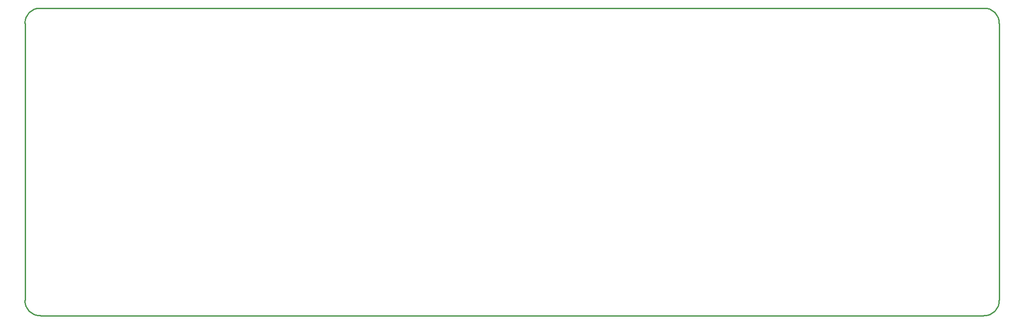
<source format=gko>
G04 ---------------------------- Layer name :KeepOutLayer *
G04 easyEDA 0.1*
G04 Scale: 100 percent, Rotated: No, Reflected: No *
G04 Dimensions in inches *
G04 leading zeros omitted , absolute positions ,2 integer and 4 * 
%FSLAX24Y24*%
%MOIN*%
G90*
G70D02*

%ADD10C,0.010000*%
G54D10*
G75*
G01X19Y46001D02*
G02X1200Y47182I1114J66D01*
G01*
G75*
G01X1198Y23561D02*
G02X17Y24742I-66J1114D01*
G01*
G75*
G01X73639Y23559D02*
G03X74821Y24740I67J1115D01*
G01*
G75*
G01X73639Y47182D02*
G02X74821Y46001I67J-1115D01*
G01*
G01X1199Y23559D02*
G01X73639Y23559D01*
G01X74821Y24740D02*
G01X74821Y46000D01*
G01X18Y46000D02*
G01X18Y24740D01*
G01X73639Y47181D02*
G01X1199Y47181D01*

%LPD*%
%LNVIA PAD TRACK COPPERAREA*%

M00*
M02*
</source>
